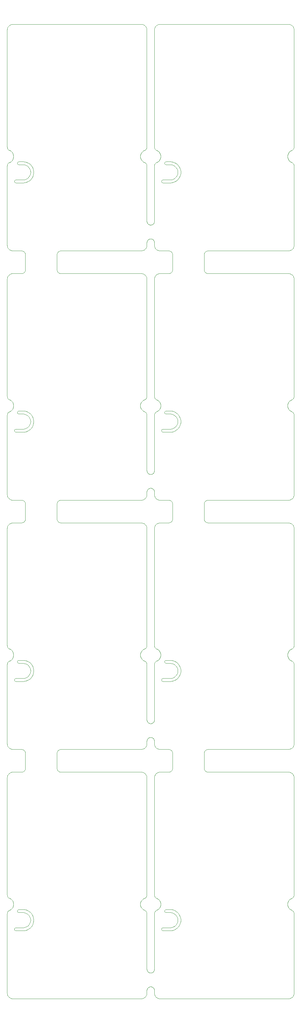
<source format=gko>
%MOIN*%
%OFA0B0*%
%FSLAX44Y44*%
%IPPOS*%
%LPD*%
%ADD10C,0*%
D10*
X00016258Y00007088D02*
X00016258Y00007088D01*
X00016223Y00007093D01*
X00016190Y00007104D01*
X00016160Y00007123D01*
X00016135Y00007148D01*
X00016116Y00007177D01*
X00016104Y00007211D01*
X00016101Y00007246D01*
X00016104Y00007281D01*
X00016116Y00007314D01*
X00016135Y00007344D01*
X00016160Y00007370D01*
X00016190Y00007388D01*
X00016223Y00007399D01*
X00016258Y00007403D01*
X00017006Y00007403D01*
X00017181Y00007423D01*
X00017348Y00007481D01*
X00017497Y00007576D01*
X00017622Y00007700D01*
X00017715Y00007849D01*
X00017774Y00008015D01*
X00017793Y00008192D01*
X00017774Y00008367D01*
X00017715Y00008533D01*
X00017622Y00008682D01*
X00017497Y00008806D01*
X00017348Y00008900D01*
X00017181Y00008958D01*
X00017006Y00008978D01*
X00016573Y00008978D01*
X00016538Y00008983D01*
X00016505Y00008994D01*
X00016475Y00009013D01*
X00016450Y00009038D01*
X00016431Y00009068D01*
X00016419Y00009101D01*
X00016415Y00009136D01*
X00016419Y00009172D01*
X00016431Y00009204D01*
X00016450Y00009234D01*
X00016475Y00009259D01*
X00016505Y00009278D01*
X00016538Y00009289D01*
X00016573Y00009294D01*
X00017006Y00009294D01*
X00017170Y00009282D01*
X00017331Y00009244D01*
X00017484Y00009185D01*
X00017627Y00009101D01*
X00017756Y00009000D01*
X00017868Y00008878D01*
X00017961Y00008743D01*
X00018032Y00008594D01*
X00018081Y00008436D01*
X00018105Y00008274D01*
X00018105Y00008108D01*
X00018081Y00007945D01*
X00018032Y00007788D01*
X00017961Y00007639D01*
X00017868Y00007503D01*
X00017756Y00007383D01*
X00017627Y00007281D01*
X00017484Y00007197D01*
X00017331Y00007137D01*
X00017170Y00007101D01*
X00017006Y00007088D01*
X00016258Y00007088D01*
X00016258Y00033073D02*
X00016258Y00033073D01*
X00016223Y00033076D01*
X00016190Y00033088D01*
X00016160Y00033108D01*
X00016135Y00033132D01*
X00016116Y00033162D01*
X00016104Y00033195D01*
X00016101Y00033230D01*
X00016104Y00033266D01*
X00016116Y00033299D01*
X00016135Y00033329D01*
X00016160Y00033353D01*
X00016190Y00033372D01*
X00016223Y00033384D01*
X00016258Y00033387D01*
X00017006Y00033387D01*
X00017181Y00033408D01*
X00017348Y00033465D01*
X00017497Y00033559D01*
X00017622Y00033684D01*
X00017715Y00033833D01*
X00017774Y00034001D01*
X00017793Y00034175D01*
X00017774Y00034351D01*
X00017715Y00034518D01*
X00017622Y00034666D01*
X00017497Y00034790D01*
X00017348Y00034885D01*
X00017181Y00034943D01*
X00017006Y00034963D01*
X00016573Y00034963D01*
X00016538Y00034966D01*
X00016505Y00034978D01*
X00016475Y00034998D01*
X00016450Y00035022D01*
X00016431Y00035052D01*
X00016419Y00035085D01*
X00016415Y00035120D01*
X00016419Y00035156D01*
X00016431Y00035188D01*
X00016450Y00035219D01*
X00016475Y00035244D01*
X00016505Y00035262D01*
X00016538Y00035274D01*
X00016573Y00035277D01*
X00017006Y00035277D01*
X00017170Y00035265D01*
X00017331Y00035228D01*
X00017484Y00035169D01*
X00017627Y00035086D01*
X00017756Y00034983D01*
X00017868Y00034862D01*
X00017961Y00034727D01*
X00018032Y00034578D01*
X00018081Y00034420D01*
X00018105Y00034257D01*
X00018105Y00034092D01*
X00018081Y00033930D01*
X00018032Y00033772D01*
X00017961Y00033624D01*
X00017868Y00033488D01*
X00017756Y00033368D01*
X00017627Y00033264D01*
X00017484Y00033183D01*
X00017331Y00033121D01*
X00017170Y00033085D01*
X00017006Y00033073D01*
X00016258Y00033073D01*
X00016258Y00059058D02*
X00016258Y00059058D01*
X00016223Y00059062D01*
X00016190Y00059073D01*
X00016160Y00059091D01*
X00016135Y00059116D01*
X00016116Y00059146D01*
X00016104Y00059179D01*
X00016101Y00059214D01*
X00016104Y00059249D01*
X00016116Y00059283D01*
X00016135Y00059312D01*
X00016160Y00059337D01*
X00016190Y00059356D01*
X00016223Y00059368D01*
X00016258Y00059372D01*
X00017006Y00059372D01*
X00017181Y00059391D01*
X00017348Y00059450D01*
X00017497Y00059544D01*
X00017622Y00059669D01*
X00017715Y00059817D01*
X00017774Y00059984D01*
X00017793Y00060159D01*
X00017774Y00060335D01*
X00017715Y00060501D01*
X00017622Y00060651D01*
X00017497Y00060775D01*
X00017348Y00060869D01*
X00017181Y00060928D01*
X00017006Y00060948D01*
X00016573Y00060948D01*
X00016538Y00060950D01*
X00016505Y00060963D01*
X00016475Y00060982D01*
X00016450Y00061006D01*
X00016431Y00061036D01*
X00016419Y00061069D01*
X00016415Y00061104D01*
X00016419Y00061139D01*
X00016431Y00061172D01*
X00016450Y00061203D01*
X00016475Y00061227D01*
X00016505Y00061246D01*
X00016538Y00061258D01*
X00016573Y00061262D01*
X00017006Y00061262D01*
X00017170Y00061249D01*
X00017331Y00061214D01*
X00017484Y00061152D01*
X00017627Y00061071D01*
X00017756Y00060967D01*
X00017868Y00060846D01*
X00017961Y00060710D01*
X00018032Y00060562D01*
X00018081Y00060404D01*
X00018105Y00060241D01*
X00018105Y00060077D01*
X00018081Y00059914D01*
X00018032Y00059756D01*
X00017961Y00059609D01*
X00017868Y00059472D01*
X00017756Y00059351D01*
X00017627Y00059249D01*
X00017484Y00059166D01*
X00017331Y00059106D01*
X00017170Y00059069D01*
X00017006Y00059058D01*
X00016258Y00059058D01*
X00016258Y00085042D02*
X00016258Y00085042D01*
X00016223Y00085046D01*
X00016190Y00085057D01*
X00016160Y00085075D01*
X00016135Y00085100D01*
X00016116Y00085130D01*
X00016104Y00085163D01*
X00016101Y00085198D01*
X00016104Y00085235D01*
X00016116Y00085267D01*
X00016135Y00085298D01*
X00016160Y00085322D01*
X00016190Y00085341D01*
X00016223Y00085352D01*
X00016258Y00085356D01*
X00017006Y00085356D01*
X00017181Y00085376D01*
X00017348Y00085434D01*
X00017497Y00085528D01*
X00017622Y00085653D01*
X00017715Y00085802D01*
X00017774Y00085969D01*
X00017793Y00086143D01*
X00017774Y00086320D01*
X00017715Y00086485D01*
X00017622Y00086635D01*
X00017497Y00086760D01*
X00017348Y00086854D01*
X00017181Y00086912D01*
X00017006Y00086932D01*
X00016573Y00086932D01*
X00016538Y00086936D01*
X00016505Y00086946D01*
X00016475Y00086966D01*
X00016450Y00086990D01*
X00016431Y00087020D01*
X00016419Y00087053D01*
X00016415Y00087088D01*
X00016419Y00087123D01*
X00016431Y00087157D01*
X00016450Y00087186D01*
X00016475Y00087211D01*
X00016505Y00087231D01*
X00016538Y00087242D01*
X00016573Y00087246D01*
X00017006Y00087246D01*
X00017170Y00087233D01*
X00017331Y00087198D01*
X00017484Y00087138D01*
X00017627Y00087055D01*
X00017756Y00086951D01*
X00017868Y00086832D01*
X00017961Y00086695D01*
X00018032Y00086546D01*
X00018081Y00086390D01*
X00018105Y00086226D01*
X00018105Y00086061D01*
X00018081Y00085898D01*
X00018032Y00085742D01*
X00017961Y00085592D01*
X00017868Y00085456D01*
X00017756Y00085335D01*
X00017627Y00085233D01*
X00017484Y00085150D01*
X00017331Y00085090D01*
X00017170Y00085053D01*
X00017006Y00085042D01*
X00016258Y00085042D01*
X00000904Y00007088D02*
X00000904Y00007088D01*
X00000869Y00007093D01*
X00000836Y00007104D01*
X00000806Y00007123D01*
X00000781Y00007148D01*
X00000762Y00007177D01*
X00000750Y00007211D01*
X00000747Y00007246D01*
X00000750Y00007281D01*
X00000762Y00007314D01*
X00000781Y00007344D01*
X00000806Y00007370D01*
X00000836Y00007388D01*
X00000869Y00007399D01*
X00000904Y00007403D01*
X00001652Y00007403D01*
X00001827Y00007423D01*
X00001994Y00007481D01*
X00002143Y00007576D01*
X00002268Y00007700D01*
X00002361Y00007849D01*
X00002421Y00008015D01*
X00002439Y00008192D01*
X00002421Y00008367D01*
X00002361Y00008533D01*
X00002268Y00008682D01*
X00002143Y00008806D01*
X00001994Y00008900D01*
X00001827Y00008958D01*
X00001652Y00008978D01*
X00001219Y00008978D01*
X00001184Y00008983D01*
X00001151Y00008994D01*
X00001121Y00009013D01*
X00001097Y00009038D01*
X00001078Y00009068D01*
X00001065Y00009101D01*
X00001061Y00009136D01*
X00001065Y00009172D01*
X00001078Y00009204D01*
X00001097Y00009234D01*
X00001121Y00009259D01*
X00001151Y00009278D01*
X00001184Y00009289D01*
X00001219Y00009294D01*
X00001652Y00009294D01*
X00001816Y00009282D01*
X00001977Y00009244D01*
X00002131Y00009185D01*
X00002273Y00009101D01*
X00002403Y00009000D01*
X00002515Y00008878D01*
X00002607Y00008743D01*
X00002678Y00008594D01*
X00002727Y00008436D01*
X00002751Y00008274D01*
X00002751Y00008108D01*
X00002727Y00007945D01*
X00002678Y00007788D01*
X00002607Y00007639D01*
X00002515Y00007503D01*
X00002403Y00007383D01*
X00002273Y00007281D01*
X00002131Y00007197D01*
X00001977Y00007137D01*
X00001816Y00007101D01*
X00001652Y00007088D01*
X00000904Y00007088D01*
X00000904Y00033073D02*
X00000904Y00033073D01*
X00000869Y00033076D01*
X00000836Y00033088D01*
X00000806Y00033108D01*
X00000781Y00033132D01*
X00000762Y00033162D01*
X00000750Y00033195D01*
X00000747Y00033230D01*
X00000750Y00033266D01*
X00000762Y00033299D01*
X00000781Y00033329D01*
X00000806Y00033353D01*
X00000836Y00033372D01*
X00000869Y00033384D01*
X00000904Y00033387D01*
X00001652Y00033387D01*
X00001827Y00033408D01*
X00001994Y00033465D01*
X00002143Y00033559D01*
X00002268Y00033684D01*
X00002361Y00033833D01*
X00002421Y00034001D01*
X00002439Y00034175D01*
X00002421Y00034351D01*
X00002361Y00034518D01*
X00002268Y00034666D01*
X00002143Y00034790D01*
X00001994Y00034885D01*
X00001827Y00034943D01*
X00001652Y00034963D01*
X00001219Y00034963D01*
X00001184Y00034966D01*
X00001151Y00034978D01*
X00001121Y00034998D01*
X00001097Y00035022D01*
X00001078Y00035052D01*
X00001065Y00035085D01*
X00001061Y00035120D01*
X00001065Y00035156D01*
X00001078Y00035188D01*
X00001097Y00035219D01*
X00001121Y00035244D01*
X00001151Y00035262D01*
X00001184Y00035274D01*
X00001219Y00035277D01*
X00001652Y00035277D01*
X00001816Y00035265D01*
X00001977Y00035228D01*
X00002131Y00035169D01*
X00002273Y00035086D01*
X00002403Y00034983D01*
X00002515Y00034862D01*
X00002607Y00034727D01*
X00002678Y00034578D01*
X00002727Y00034420D01*
X00002751Y00034257D01*
X00002751Y00034092D01*
X00002727Y00033930D01*
X00002678Y00033772D01*
X00002607Y00033624D01*
X00002515Y00033488D01*
X00002403Y00033368D01*
X00002273Y00033264D01*
X00002131Y00033183D01*
X00001977Y00033121D01*
X00001816Y00033085D01*
X00001652Y00033073D01*
X00000904Y00033073D01*
X00000904Y00059058D02*
X00000904Y00059058D01*
X00000869Y00059062D01*
X00000836Y00059073D01*
X00000806Y00059091D01*
X00000781Y00059116D01*
X00000762Y00059146D01*
X00000750Y00059179D01*
X00000747Y00059214D01*
X00000750Y00059249D01*
X00000762Y00059283D01*
X00000781Y00059312D01*
X00000806Y00059337D01*
X00000836Y00059356D01*
X00000869Y00059368D01*
X00000904Y00059372D01*
X00001652Y00059372D01*
X00001827Y00059391D01*
X00001994Y00059450D01*
X00002143Y00059544D01*
X00002268Y00059669D01*
X00002361Y00059817D01*
X00002421Y00059984D01*
X00002439Y00060159D01*
X00002421Y00060335D01*
X00002361Y00060501D01*
X00002268Y00060651D01*
X00002143Y00060775D01*
X00001994Y00060869D01*
X00001827Y00060928D01*
X00001652Y00060948D01*
X00001219Y00060948D01*
X00001184Y00060950D01*
X00001151Y00060963D01*
X00001121Y00060982D01*
X00001097Y00061006D01*
X00001078Y00061036D01*
X00001065Y00061069D01*
X00001061Y00061104D01*
X00001065Y00061139D01*
X00001078Y00061172D01*
X00001097Y00061203D01*
X00001121Y00061227D01*
X00001151Y00061246D01*
X00001184Y00061258D01*
X00001219Y00061262D01*
X00001652Y00061262D01*
X00001816Y00061249D01*
X00001977Y00061214D01*
X00002131Y00061152D01*
X00002273Y00061071D01*
X00002403Y00060967D01*
X00002515Y00060846D01*
X00002607Y00060710D01*
X00002678Y00060562D01*
X00002727Y00060404D01*
X00002751Y00060241D01*
X00002751Y00060077D01*
X00002727Y00059914D01*
X00002678Y00059756D01*
X00002607Y00059609D01*
X00002515Y00059472D01*
X00002403Y00059351D01*
X00002273Y00059249D01*
X00002131Y00059166D01*
X00001977Y00059106D01*
X00001816Y00059069D01*
X00001652Y00059058D01*
X00000904Y00059058D01*
X00000904Y00085042D02*
X00000904Y00085042D01*
X00000869Y00085046D01*
X00000836Y00085057D01*
X00000806Y00085075D01*
X00000781Y00085100D01*
X00000762Y00085130D01*
X00000750Y00085163D01*
X00000747Y00085198D01*
X00000750Y00085235D01*
X00000762Y00085267D01*
X00000781Y00085298D01*
X00000806Y00085322D01*
X00000836Y00085341D01*
X00000869Y00085352D01*
X00000904Y00085356D01*
X00001652Y00085356D01*
X00001827Y00085376D01*
X00001994Y00085434D01*
X00002143Y00085528D01*
X00002268Y00085653D01*
X00002361Y00085802D01*
X00002421Y00085969D01*
X00002439Y00086143D01*
X00002421Y00086320D01*
X00002361Y00086485D01*
X00002268Y00086635D01*
X00002143Y00086760D01*
X00001994Y00086854D01*
X00001827Y00086912D01*
X00001652Y00086932D01*
X00001219Y00086932D01*
X00001184Y00086936D01*
X00001151Y00086946D01*
X00001121Y00086966D01*
X00001097Y00086990D01*
X00001078Y00087020D01*
X00001065Y00087053D01*
X00001061Y00087088D01*
X00001065Y00087123D01*
X00001078Y00087157D01*
X00001097Y00087186D01*
X00001121Y00087211D01*
X00001151Y00087231D01*
X00001184Y00087242D01*
X00001219Y00087246D01*
X00001652Y00087246D01*
X00001816Y00087233D01*
X00001977Y00087198D01*
X00002131Y00087138D01*
X00002273Y00087055D01*
X00002403Y00086951D01*
X00002515Y00086832D01*
X00002607Y00086695D01*
X00002678Y00086546D01*
X00002727Y00086390D01*
X00002751Y00086226D01*
X00002751Y00086061D01*
X00002727Y00085898D01*
X00002678Y00085742D01*
X00002607Y00085592D01*
X00002515Y00085456D01*
X00002403Y00085335D01*
X00002273Y00085233D01*
X00002131Y00085150D01*
X00001977Y00085090D01*
X00001816Y00085053D01*
X00001652Y00085042D01*
X00000904Y00085042D01*
X00014565Y00060829D02*
X00014565Y00060829D01*
X00014563Y00060869D01*
X00014554Y00060915D01*
X00014541Y00060960D01*
X00014522Y00061003D01*
X00014498Y00061043D01*
X00014469Y00061080D01*
X00014436Y00061115D01*
X00014400Y00061143D01*
X00014361Y00061169D01*
X00014318Y00061188D01*
X00014190Y00061256D01*
X00014079Y00061349D01*
X00013993Y00061466D01*
X00013931Y00061596D01*
X00013900Y00061737D01*
X00013900Y00061882D01*
X00013931Y00062023D01*
X00013993Y00062155D01*
X00014079Y00062270D01*
X00014190Y00062363D01*
X00014318Y00062432D01*
X00014361Y00062451D01*
X00014400Y00062476D01*
X00014436Y00062506D01*
X00014469Y00062539D01*
X00014498Y00062576D01*
X00014522Y00062617D01*
X00014541Y00062660D01*
X00014554Y00062705D01*
X00014563Y00062751D01*
X00014565Y00062797D01*
X00014565Y00074999D01*
X00014558Y00075091D01*
X00014537Y00075182D01*
X00014501Y00075268D01*
X00014453Y00075346D01*
X00014392Y00075416D01*
X00014322Y00075476D01*
X00014243Y00075526D01*
X00014157Y00075561D01*
X00014067Y00075582D01*
X00013975Y00075589D01*
X00005588Y00075589D01*
X00005557Y00075591D01*
X00005526Y00075594D01*
X00005496Y00075600D01*
X00005466Y00075608D01*
X00005437Y00075619D01*
X00005409Y00075632D01*
X00005383Y00075647D01*
X00005356Y00075664D01*
X00005333Y00075684D01*
X00005310Y00075704D01*
X00005289Y00075728D01*
X00005270Y00075751D01*
X00005252Y00075777D01*
X00005237Y00075804D01*
X00005224Y00075832D01*
X00005213Y00075862D01*
X00005205Y00075892D01*
X00005200Y00075921D01*
X00005195Y00075953D01*
X00005194Y00075983D01*
X00005194Y00077559D01*
X00005195Y00077589D01*
X00005200Y00077620D01*
X00005205Y00077650D01*
X00005213Y00077680D01*
X00005224Y00077708D01*
X00005237Y00077737D01*
X00005252Y00077763D01*
X00005270Y00077789D01*
X00005289Y00077813D01*
X00005310Y00077836D01*
X00005333Y00077858D01*
X00005356Y00077877D01*
X00005383Y00077893D01*
X00005409Y00077908D01*
X00005437Y00077921D01*
X00005466Y00077932D01*
X00005496Y00077940D01*
X00005526Y00077947D01*
X00005557Y00077950D01*
X00005588Y00077951D01*
X00013975Y00077951D01*
X00014067Y00077960D01*
X00014157Y00077980D01*
X00014243Y00078016D01*
X00014322Y00078064D01*
X00014392Y00078125D01*
X00014453Y00078196D01*
X00014501Y00078274D01*
X00014537Y00078359D01*
X00014558Y00078450D01*
X00014565Y00078543D01*
X00014565Y00078808D01*
X00014570Y00078869D01*
X00014585Y00078929D01*
X00014608Y00078986D01*
X00014640Y00079039D01*
X00014680Y00079086D01*
X00014727Y00079126D01*
X00014780Y00079158D01*
X00014837Y00079182D01*
X00014897Y00079196D01*
X00014958Y00079201D01*
X00015020Y00079197D01*
X00015080Y00079182D01*
X00015137Y00079159D01*
X00015190Y00079127D01*
X00015237Y00079087D01*
X00015277Y00079040D01*
X00015309Y00078988D01*
X00015333Y00078931D01*
X00015348Y00078871D01*
X00015353Y00078809D01*
X00015353Y00078809D01*
X00015353Y00078809D01*
X00015353Y00078808D01*
X00015353Y00078808D01*
X00015353Y00078808D01*
X00015353Y00078808D01*
X00015353Y00078808D01*
X00015353Y00078808D01*
X00015353Y00078808D01*
X00015353Y00078808D01*
X00015353Y00078808D01*
X00015353Y00078808D01*
X00015353Y00078808D01*
X00015353Y00078808D01*
X00015353Y00078807D01*
X00015353Y00078807D01*
X00015353Y00078807D01*
X00015353Y00078807D01*
X00015353Y00078807D01*
X00015353Y00078807D01*
X00015353Y00078807D01*
X00015353Y00078543D01*
X00015360Y00078450D01*
X00015381Y00078359D01*
X00015417Y00078274D01*
X00015465Y00078196D01*
X00015525Y00078125D01*
X00015596Y00078064D01*
X00015675Y00078016D01*
X00015761Y00077980D01*
X00015851Y00077960D01*
X00015943Y00077951D01*
X00016850Y00077951D01*
X00016881Y00077950D01*
X00016912Y00077947D01*
X00016942Y00077940D01*
X00016972Y00077932D01*
X00017001Y00077921D01*
X00017029Y00077908D01*
X00017056Y00077893D01*
X00017081Y00077877D01*
X00017106Y00077858D01*
X00017128Y00077836D01*
X00017149Y00077813D01*
X00017169Y00077789D01*
X00017186Y00077763D01*
X00017201Y00077737D01*
X00017214Y00077708D01*
X00017225Y00077680D01*
X00017233Y00077650D01*
X00017239Y00077620D01*
X00017243Y00077589D01*
X00017244Y00077559D01*
X00017244Y00075983D01*
X00017243Y00075953D01*
X00017239Y00075921D01*
X00017233Y00075892D01*
X00017225Y00075862D01*
X00017214Y00075832D01*
X00017201Y00075804D01*
X00017186Y00075777D01*
X00017169Y00075751D01*
X00017149Y00075728D01*
X00017128Y00075704D01*
X00017106Y00075684D01*
X00017081Y00075664D01*
X00017056Y00075647D01*
X00017029Y00075632D01*
X00017001Y00075619D01*
X00016972Y00075608D01*
X00016942Y00075600D01*
X00016912Y00075594D01*
X00016881Y00075591D01*
X00016850Y00075589D01*
X00015943Y00075589D01*
X00015851Y00075582D01*
X00015761Y00075561D01*
X00015675Y00075526D01*
X00015596Y00075476D01*
X00015525Y00075416D01*
X00015465Y00075346D01*
X00015417Y00075268D01*
X00015381Y00075182D01*
X00015360Y00075091D01*
X00015353Y00074999D01*
X00015353Y00062797D01*
X00015355Y00062751D01*
X00015364Y00062705D01*
X00015377Y00062660D01*
X00015396Y00062617D01*
X00015420Y00062576D01*
X00015449Y00062539D01*
X00015482Y00062506D01*
X00015518Y00062476D01*
X00015558Y00062451D01*
X00015600Y00062432D01*
X00015728Y00062363D01*
X00015838Y00062270D01*
X00015926Y00062155D01*
X00015987Y00062023D01*
X00016018Y00061882D01*
X00016018Y00061737D01*
X00015987Y00061596D01*
X00015926Y00061466D01*
X00015838Y00061349D01*
X00015728Y00061256D01*
X00015600Y00061188D01*
X00015558Y00061169D01*
X00015518Y00061143D01*
X00015482Y00061115D01*
X00015449Y00061080D01*
X00015420Y00061043D01*
X00015396Y00061003D01*
X00015377Y00060960D01*
X00015364Y00060915D01*
X00015355Y00060869D01*
X00015353Y00060822D01*
X00015353Y00055050D01*
X00015353Y00055050D01*
X00015353Y00055050D01*
X00015353Y00055050D01*
X00015353Y00055050D01*
X00015353Y00055050D01*
X00015353Y00055050D01*
X00015353Y00055050D01*
X00015353Y00055050D01*
X00015353Y00055050D01*
X00015353Y00055049D01*
X00015353Y00055049D01*
X00015353Y00055049D01*
X00015353Y00055049D01*
X00015353Y00055049D01*
X00015353Y00055049D01*
X00015353Y00055049D01*
X00015353Y00055049D01*
X00015353Y00055049D01*
X00015353Y00055049D01*
X00015353Y00055049D01*
X00015353Y00055048D01*
X00015348Y00054986D01*
X00015333Y00054927D01*
X00015309Y00054870D01*
X00015277Y00054817D01*
X00015237Y00054770D01*
X00015190Y00054730D01*
X00015137Y00054698D01*
X00015080Y00054675D01*
X00015020Y00054661D01*
X00014958Y00054656D01*
X00014897Y00054661D01*
X00014837Y00054676D01*
X00014780Y00054699D01*
X00014727Y00054732D01*
X00014680Y00054772D01*
X00014640Y00054819D01*
X00014608Y00054871D01*
X00014585Y00054928D01*
X00014570Y00054988D01*
X00014565Y00055050D01*
X00014565Y00060829D01*
X00014565Y00034845D02*
X00014565Y00034845D01*
X00014563Y00034886D01*
X00014554Y00034931D01*
X00014541Y00034977D01*
X00014522Y00035018D01*
X00014498Y00035059D01*
X00014469Y00035096D01*
X00014436Y00035130D01*
X00014400Y00035159D01*
X00014361Y00035184D01*
X00014318Y00035205D01*
X00014190Y00035272D01*
X00014079Y00035366D01*
X00013993Y00035480D01*
X00013931Y00035613D01*
X00013900Y00035754D01*
X00013900Y00035898D01*
X00013931Y00036040D01*
X00013993Y00036170D01*
X00014079Y00036286D01*
X00014190Y00036379D01*
X00014318Y00036447D01*
X00014361Y00036467D01*
X00014400Y00036493D01*
X00014436Y00036521D01*
X00014469Y00036556D01*
X00014498Y00036593D01*
X00014522Y00036633D01*
X00014541Y00036676D01*
X00014554Y00036720D01*
X00014563Y00036767D01*
X00014565Y00036814D01*
X00014565Y00049015D01*
X00014558Y00049108D01*
X00014537Y00049198D01*
X00014501Y00049282D01*
X00014453Y00049361D01*
X00014392Y00049432D01*
X00014322Y00049492D01*
X00014243Y00049540D01*
X00014157Y00049577D01*
X00014067Y00049599D01*
X00013975Y00049605D01*
X00005588Y00049605D01*
X00005557Y00049606D01*
X00005526Y00049611D01*
X00005496Y00049617D01*
X00005466Y00049625D01*
X00005437Y00049635D01*
X00005409Y00049648D01*
X00005383Y00049664D01*
X00005356Y00049680D01*
X00005333Y00049699D01*
X00005310Y00049721D01*
X00005289Y00049744D01*
X00005270Y00049767D01*
X00005252Y00049794D01*
X00005237Y00049821D01*
X00005224Y00049848D01*
X00005213Y00049877D01*
X00005205Y00049907D01*
X00005200Y00049938D01*
X00005195Y00049968D01*
X00005194Y00049998D01*
X00005194Y00051573D01*
X00005195Y00051604D01*
X00005200Y00051636D01*
X00005205Y00051666D01*
X00005213Y00051696D01*
X00005224Y00051724D01*
X00005237Y00051753D01*
X00005252Y00051779D01*
X00005270Y00051805D01*
X00005289Y00051829D01*
X00005310Y00051852D01*
X00005333Y00051874D01*
X00005356Y00051893D01*
X00005383Y00051909D01*
X00005409Y00051924D01*
X00005437Y00051937D01*
X00005466Y00051948D01*
X00005496Y00051956D01*
X00005526Y00051963D01*
X00005557Y00051966D01*
X00005588Y00051967D01*
X00013975Y00051967D01*
X00014067Y00051974D01*
X00014157Y00051996D01*
X00014243Y00052031D01*
X00014322Y00052080D01*
X00014392Y00052141D01*
X00014453Y00052210D01*
X00014501Y00052290D01*
X00014537Y00052375D01*
X00014558Y00052465D01*
X00014565Y00052558D01*
X00014565Y00052823D01*
X00014570Y00052885D01*
X00014585Y00052945D01*
X00014608Y00053002D01*
X00014640Y00053054D01*
X00014680Y00053101D01*
X00014727Y00053141D01*
X00014780Y00053174D01*
X00014837Y00053197D01*
X00014897Y00053212D01*
X00014958Y00053217D01*
X00015020Y00053212D01*
X00015080Y00053198D01*
X00015137Y00053175D01*
X00015190Y00053143D01*
X00015237Y00053103D01*
X00015277Y00053056D01*
X00015309Y00053003D01*
X00015333Y00052946D01*
X00015348Y00052887D01*
X00015353Y00052825D01*
X00015353Y00052824D01*
X00015353Y00052824D01*
X00015353Y00052824D01*
X00015353Y00052824D01*
X00015353Y00052824D01*
X00015353Y00052824D01*
X00015353Y00052824D01*
X00015353Y00052824D01*
X00015353Y00052824D01*
X00015353Y00052824D01*
X00015353Y00052824D01*
X00015353Y00052823D01*
X00015353Y00052823D01*
X00015353Y00052823D01*
X00015353Y00052823D01*
X00015353Y00052823D01*
X00015353Y00052823D01*
X00015353Y00052823D01*
X00015353Y00052823D01*
X00015353Y00052823D01*
X00015353Y00052823D01*
X00015353Y00052558D01*
X00015360Y00052465D01*
X00015381Y00052375D01*
X00015417Y00052290D01*
X00015465Y00052210D01*
X00015525Y00052141D01*
X00015596Y00052080D01*
X00015675Y00052031D01*
X00015761Y00051996D01*
X00015851Y00051974D01*
X00015943Y00051967D01*
X00016850Y00051967D01*
X00016881Y00051966D01*
X00016912Y00051963D01*
X00016942Y00051956D01*
X00016972Y00051948D01*
X00017001Y00051937D01*
X00017029Y00051924D01*
X00017056Y00051909D01*
X00017081Y00051893D01*
X00017106Y00051874D01*
X00017128Y00051852D01*
X00017149Y00051829D01*
X00017169Y00051805D01*
X00017186Y00051779D01*
X00017201Y00051753D01*
X00017214Y00051724D01*
X00017225Y00051696D01*
X00017233Y00051666D01*
X00017239Y00051636D01*
X00017243Y00051604D01*
X00017244Y00051573D01*
X00017244Y00049998D01*
X00017243Y00049968D01*
X00017239Y00049938D01*
X00017233Y00049907D01*
X00017225Y00049877D01*
X00017214Y00049848D01*
X00017201Y00049821D01*
X00017186Y00049794D01*
X00017169Y00049767D01*
X00017149Y00049744D01*
X00017128Y00049721D01*
X00017106Y00049699D01*
X00017081Y00049680D01*
X00017056Y00049664D01*
X00017029Y00049648D01*
X00017001Y00049635D01*
X00016972Y00049625D01*
X00016942Y00049617D01*
X00016912Y00049611D01*
X00016881Y00049606D01*
X00016850Y00049605D01*
X00015943Y00049605D01*
X00015851Y00049599D01*
X00015761Y00049577D01*
X00015675Y00049540D01*
X00015596Y00049492D01*
X00015525Y00049432D01*
X00015465Y00049361D01*
X00015417Y00049282D01*
X00015381Y00049198D01*
X00015360Y00049108D01*
X00015353Y00049015D01*
X00015353Y00036814D01*
X00015355Y00036767D01*
X00015364Y00036720D01*
X00015377Y00036676D01*
X00015396Y00036633D01*
X00015420Y00036593D01*
X00015449Y00036556D01*
X00015482Y00036521D01*
X00015518Y00036493D01*
X00015558Y00036467D01*
X00015600Y00036447D01*
X00015728Y00036379D01*
X00015838Y00036286D01*
X00015926Y00036170D01*
X00015987Y00036040D01*
X00016018Y00035898D01*
X00016018Y00035754D01*
X00015987Y00035613D01*
X00015926Y00035480D01*
X00015838Y00035366D01*
X00015728Y00035272D01*
X00015600Y00035205D01*
X00015558Y00035184D01*
X00015518Y00035159D01*
X00015482Y00035130D01*
X00015449Y00035096D01*
X00015420Y00035059D01*
X00015396Y00035018D01*
X00015377Y00034977D01*
X00015364Y00034931D01*
X00015355Y00034886D01*
X00015353Y00034838D01*
X00015353Y00029066D01*
X00015353Y00029066D01*
X00015353Y00029066D01*
X00015353Y00029066D01*
X00015353Y00029066D01*
X00015353Y00029066D01*
X00015353Y00029066D01*
X00015353Y00029066D01*
X00015353Y00029065D01*
X00015353Y00029065D01*
X00015353Y00029065D01*
X00015353Y00029065D01*
X00015353Y00029065D01*
X00015353Y00029065D01*
X00015353Y00029065D01*
X00015353Y00029065D01*
X00015353Y00029065D01*
X00015353Y00029065D01*
X00015353Y00029065D01*
X00015353Y00029064D01*
X00015353Y00029064D01*
X00015353Y00029064D01*
X00015348Y00029002D01*
X00015333Y00028942D01*
X00015309Y00028885D01*
X00015277Y00028833D01*
X00015237Y00028786D01*
X00015190Y00028746D01*
X00015137Y00028714D01*
X00015080Y00028691D01*
X00015020Y00028676D01*
X00014958Y00028672D01*
X00014897Y00028677D01*
X00014837Y00028691D01*
X00014780Y00028715D01*
X00014727Y00028747D01*
X00014680Y00028787D01*
X00014640Y00028834D01*
X00014608Y00028887D01*
X00014585Y00028944D01*
X00014570Y00029004D01*
X00014565Y00029065D01*
X00014565Y00034845D01*
X00014565Y00008861D02*
X00014565Y00008861D01*
X00014563Y00008900D01*
X00014554Y00008948D01*
X00014541Y00008991D01*
X00014522Y00009035D01*
X00014498Y00009075D01*
X00014469Y00009113D01*
X00014436Y00009145D01*
X00014400Y00009175D01*
X00014361Y00009200D01*
X00014318Y00009220D01*
X00014190Y00009288D01*
X00014079Y00009382D01*
X00013993Y00009496D01*
X00013931Y00009627D01*
X00013900Y00009769D01*
X00013900Y00009913D01*
X00013931Y00010056D01*
X00013993Y00010186D01*
X00014079Y00010301D01*
X00014190Y00010395D01*
X00014318Y00010463D01*
X00014361Y00010484D01*
X00014400Y00010507D01*
X00014436Y00010537D01*
X00014469Y00010570D01*
X00014498Y00010608D01*
X00014522Y00010649D01*
X00014541Y00010691D01*
X00014554Y00010735D01*
X00014563Y00010783D01*
X00014565Y00010828D01*
X00014565Y00023031D01*
X00014558Y00023123D01*
X00014537Y00023213D01*
X00014501Y00023298D01*
X00014453Y00023377D01*
X00014392Y00023448D01*
X00014322Y00023509D01*
X00014243Y00023557D01*
X00014157Y00023592D01*
X00014067Y00023614D01*
X00013975Y00023622D01*
X00005588Y00023622D01*
X00005557Y00023622D01*
X00005526Y00023626D01*
X00005496Y00023631D01*
X00005466Y00023641D01*
X00005437Y00023652D01*
X00005409Y00023663D01*
X00005383Y00023679D01*
X00005356Y00023697D01*
X00005333Y00023715D01*
X00005310Y00023736D01*
X00005289Y00023759D01*
X00005270Y00023783D01*
X00005252Y00023809D01*
X00005237Y00023836D01*
X00005224Y00023864D01*
X00005213Y00023894D01*
X00005205Y00023922D01*
X00005200Y00023953D01*
X00005195Y00023984D01*
X00005194Y00024014D01*
X00005194Y00025589D01*
X00005195Y00025620D01*
X00005200Y00025651D01*
X00005205Y00025681D01*
X00005213Y00025711D01*
X00005224Y00025740D01*
X00005237Y00025769D01*
X00005252Y00025796D01*
X00005270Y00025821D01*
X00005289Y00025845D01*
X00005310Y00025867D01*
X00005333Y00025888D01*
X00005356Y00025909D01*
X00005383Y00025926D01*
X00005409Y00025940D01*
X00005437Y00025953D01*
X00005466Y00025964D01*
X00005496Y00025972D01*
X00005526Y00025978D01*
X00005557Y00025982D01*
X00005588Y00025983D01*
X00013975Y00025983D01*
X00014067Y00025991D01*
X00014157Y00026013D01*
X00014243Y00026047D01*
X00014322Y00026096D01*
X00014392Y00026156D01*
X00014453Y00026226D01*
X00014501Y00026305D01*
X00014537Y00026392D01*
X00014558Y00026482D01*
X00014565Y00026573D01*
X00014565Y00026839D01*
X00014570Y00026901D01*
X00014585Y00026961D01*
X00014608Y00027018D01*
X00014640Y00027070D01*
X00014680Y00027117D01*
X00014727Y00027157D01*
X00014780Y00027190D01*
X00014837Y00027213D01*
X00014897Y00027228D01*
X00014958Y00027233D01*
X00015020Y00027228D01*
X00015080Y00027214D01*
X00015137Y00027190D01*
X00015190Y00027158D01*
X00015237Y00027118D01*
X00015277Y00027072D01*
X00015309Y00027019D01*
X00015333Y00026962D01*
X00015348Y00026902D01*
X00015353Y00026841D01*
X00015353Y00026840D01*
X00015353Y00026840D01*
X00015353Y00026840D01*
X00015353Y00026840D01*
X00015353Y00026840D01*
X00015353Y00026840D01*
X00015353Y00026840D01*
X00015353Y00026840D01*
X00015353Y00026839D01*
X00015353Y00026839D01*
X00015353Y00026839D01*
X00015353Y00026839D01*
X00015353Y00026839D01*
X00015353Y00026839D01*
X00015353Y00026839D01*
X00015353Y00026839D01*
X00015353Y00026839D01*
X00015353Y00026839D01*
X00015353Y00026839D01*
X00015353Y00026838D01*
X00015353Y00026838D01*
X00015353Y00026573D01*
X00015360Y00026482D01*
X00015381Y00026392D01*
X00015417Y00026305D01*
X00015465Y00026226D01*
X00015525Y00026156D01*
X00015596Y00026096D01*
X00015675Y00026047D01*
X00015761Y00026013D01*
X00015851Y00025991D01*
X00015943Y00025983D01*
X00016850Y00025983D01*
X00016881Y00025982D01*
X00016912Y00025978D01*
X00016942Y00025972D01*
X00016972Y00025964D01*
X00017001Y00025953D01*
X00017029Y00025940D01*
X00017056Y00025926D01*
X00017081Y00025909D01*
X00017106Y00025888D01*
X00017128Y00025867D01*
X00017149Y00025845D01*
X00017169Y00025821D01*
X00017186Y00025796D01*
X00017201Y00025769D01*
X00017214Y00025740D01*
X00017225Y00025711D01*
X00017233Y00025681D01*
X00017239Y00025651D01*
X00017243Y00025620D01*
X00017244Y00025589D01*
X00017244Y00024014D01*
X00017243Y00023984D01*
X00017239Y00023953D01*
X00017233Y00023922D01*
X00017225Y00023894D01*
X00017214Y00023864D01*
X00017201Y00023836D01*
X00017186Y00023809D01*
X00017169Y00023783D01*
X00017149Y00023759D01*
X00017128Y00023736D01*
X00017106Y00023715D01*
X00017081Y00023697D01*
X00017056Y00023679D01*
X00017029Y00023663D01*
X00017001Y00023652D01*
X00016972Y00023641D01*
X00016942Y00023631D01*
X00016912Y00023626D01*
X00016881Y00023622D01*
X00016850Y00023622D01*
X00015943Y00023622D01*
X00015851Y00023614D01*
X00015761Y00023592D01*
X00015675Y00023557D01*
X00015596Y00023509D01*
X00015525Y00023448D01*
X00015465Y00023377D01*
X00015417Y00023298D01*
X00015381Y00023213D01*
X00015360Y00023123D01*
X00015353Y00023031D01*
X00015353Y00010828D01*
X00015355Y00010783D01*
X00015364Y00010735D01*
X00015377Y00010691D01*
X00015396Y00010649D01*
X00015420Y00010608D01*
X00015449Y00010570D01*
X00015482Y00010537D01*
X00015518Y00010507D01*
X00015558Y00010484D01*
X00015600Y00010463D01*
X00015728Y00010395D01*
X00015838Y00010301D01*
X00015926Y00010186D01*
X00015987Y00010056D01*
X00016018Y00009913D01*
X00016018Y00009769D01*
X00015987Y00009627D01*
X00015926Y00009496D01*
X00015838Y00009382D01*
X00015728Y00009288D01*
X00015600Y00009220D01*
X00015558Y00009200D01*
X00015518Y00009175D01*
X00015482Y00009145D01*
X00015449Y00009113D01*
X00015420Y00009075D01*
X00015396Y00009035D01*
X00015377Y00008991D01*
X00015364Y00008948D01*
X00015355Y00008900D01*
X00015353Y00008854D01*
X00015353Y00003082D01*
X00015353Y00003082D01*
X00015353Y00003082D01*
X00015353Y00003082D01*
X00015353Y00003082D01*
X00015353Y00003081D01*
X00015353Y00003081D01*
X00015353Y00003081D01*
X00015353Y00003081D01*
X00015353Y00003081D01*
X00015353Y00003081D01*
X00015353Y00003081D01*
X00015353Y00003081D01*
X00015353Y00003081D01*
X00015353Y00003081D01*
X00015353Y00003081D01*
X00015353Y00003080D01*
X00015353Y00003080D01*
X00015353Y00003080D01*
X00015353Y00003080D01*
X00015353Y00003080D01*
X00015353Y00003079D01*
X00015348Y00003018D01*
X00015333Y00002958D01*
X00015309Y00002901D01*
X00015277Y00002849D01*
X00015237Y00002802D01*
X00015190Y00002762D01*
X00015137Y00002730D01*
X00015080Y00002706D01*
X00015020Y00002692D01*
X00014958Y00002688D01*
X00014897Y00002693D01*
X00014837Y00002707D01*
X00014780Y00002731D01*
X00014727Y00002763D01*
X00014680Y00002803D01*
X00014640Y00002850D01*
X00014608Y00002903D01*
X00014585Y00002960D01*
X00014570Y00003020D01*
X00014565Y00003081D01*
X00014565Y00008861D01*
X00013975Y00000000D02*
X00013975Y00000000D01*
X00014067Y00000006D01*
X00014157Y00000027D01*
X00014243Y00000064D01*
X00014322Y00000111D01*
X00014392Y00000171D01*
X00014453Y00000242D01*
X00014501Y00000321D01*
X00014537Y00000407D01*
X00014558Y00000497D01*
X00014565Y00000590D01*
X00014565Y00000855D01*
X00014570Y00000916D01*
X00014585Y00000976D01*
X00014608Y00001033D01*
X00014640Y00001086D01*
X00014680Y00001133D01*
X00014727Y00001173D01*
X00014780Y00001205D01*
X00014837Y00001229D01*
X00014897Y00001244D01*
X00014958Y00001248D01*
X00015020Y00001244D01*
X00015080Y00001230D01*
X00015137Y00001206D01*
X00015190Y00001174D01*
X00015237Y00001134D01*
X00015277Y00001087D01*
X00015309Y00001035D01*
X00015333Y00000978D01*
X00015348Y00000918D01*
X00015353Y00000857D01*
X00015353Y00000856D01*
X00015353Y00000856D01*
X00015353Y00000856D01*
X00015353Y00000856D01*
X00015353Y00000856D01*
X00015353Y00000855D01*
X00015353Y00000855D01*
X00015353Y00000855D01*
X00015353Y00000855D01*
X00015353Y00000855D01*
X00015353Y00000855D01*
X00015353Y00000855D01*
X00015353Y00000855D01*
X00015353Y00000855D01*
X00015353Y00000855D01*
X00015353Y00000855D01*
X00015353Y00000854D01*
X00015353Y00000854D01*
X00015353Y00000854D01*
X00015353Y00000854D01*
X00015353Y00000854D01*
X00015353Y00000590D01*
X00015360Y00000497D01*
X00015381Y00000407D01*
X00015417Y00000321D01*
X00015465Y00000242D01*
X00015525Y00000171D01*
X00015596Y00000111D01*
X00015675Y00000064D01*
X00015761Y00000027D01*
X00015851Y00000006D01*
X00015943Y00000000D01*
X00029329Y00000000D01*
X00029421Y00000006D01*
X00029511Y00000027D01*
X00029597Y00000064D01*
X00029676Y00000111D01*
X00029746Y00000171D01*
X00029807Y00000242D01*
X00029855Y00000321D01*
X00029891Y00000407D01*
X00029912Y00000497D01*
X00029919Y00000590D01*
X00029919Y00008861D01*
X00029917Y00008900D01*
X00029908Y00008948D01*
X00029895Y00008991D01*
X00029876Y00009035D01*
X00029852Y00009075D01*
X00029823Y00009113D01*
X00029790Y00009145D01*
X00029754Y00009175D01*
X00029714Y00009200D01*
X00029672Y00009220D01*
X00029544Y00009288D01*
X00029433Y00009382D01*
X00029346Y00009496D01*
X00029285Y00009627D01*
X00029254Y00009769D01*
X00029254Y00009913D01*
X00029285Y00010056D01*
X00029346Y00010186D01*
X00029433Y00010301D01*
X00029544Y00010395D01*
X00029672Y00010463D01*
X00029714Y00010484D01*
X00029754Y00010507D01*
X00029790Y00010537D01*
X00029823Y00010570D01*
X00029852Y00010608D01*
X00029876Y00010649D01*
X00029895Y00010691D01*
X00029908Y00010735D01*
X00029917Y00010783D01*
X00029919Y00010828D01*
X00029919Y00023031D01*
X00029912Y00023123D01*
X00029891Y00023213D01*
X00029855Y00023298D01*
X00029807Y00023377D01*
X00029746Y00023448D01*
X00029676Y00023509D01*
X00029597Y00023557D01*
X00029511Y00023592D01*
X00029421Y00023614D01*
X00029329Y00023622D01*
X00020942Y00023622D01*
X00020911Y00023622D01*
X00020880Y00023626D01*
X00020850Y00023631D01*
X00020820Y00023641D01*
X00020791Y00023652D01*
X00020763Y00023663D01*
X00020736Y00023679D01*
X00020710Y00023697D01*
X00020686Y00023715D01*
X00020663Y00023736D01*
X00020642Y00023759D01*
X00020623Y00023783D01*
X00020606Y00023809D01*
X00020591Y00023836D01*
X00020578Y00023864D01*
X00020567Y00023894D01*
X00020559Y00023922D01*
X00020553Y00023953D01*
X00020549Y00023984D01*
X00020548Y00024014D01*
X00020548Y00025589D01*
X00020549Y00025620D01*
X00020553Y00025651D01*
X00020559Y00025681D01*
X00020567Y00025711D01*
X00020578Y00025740D01*
X00020591Y00025769D01*
X00020606Y00025796D01*
X00020623Y00025821D01*
X00020642Y00025845D01*
X00020663Y00025867D01*
X00020686Y00025888D01*
X00020710Y00025909D01*
X00020736Y00025926D01*
X00020763Y00025940D01*
X00020791Y00025953D01*
X00020820Y00025964D01*
X00020850Y00025972D01*
X00020880Y00025978D01*
X00020911Y00025982D01*
X00020942Y00025983D01*
X00029329Y00025983D01*
X00029421Y00025991D01*
X00029511Y00026013D01*
X00029597Y00026047D01*
X00029676Y00026096D01*
X00029746Y00026156D01*
X00029807Y00026226D01*
X00029855Y00026305D01*
X00029891Y00026392D01*
X00029912Y00026482D01*
X00029919Y00026573D01*
X00029919Y00034845D01*
X00029917Y00034886D01*
X00029908Y00034931D01*
X00029895Y00034977D01*
X00029876Y00035018D01*
X00029852Y00035059D01*
X00029823Y00035096D01*
X00029790Y00035130D01*
X00029754Y00035159D01*
X00029714Y00035184D01*
X00029672Y00035205D01*
X00029544Y00035272D01*
X00029433Y00035366D01*
X00029346Y00035480D01*
X00029285Y00035613D01*
X00029254Y00035754D01*
X00029254Y00035898D01*
X00029285Y00036040D01*
X00029346Y00036170D01*
X00029433Y00036286D01*
X00029544Y00036379D01*
X00029672Y00036447D01*
X00029714Y00036467D01*
X00029754Y00036493D01*
X00029790Y00036521D01*
X00029823Y00036556D01*
X00029852Y00036593D01*
X00029876Y00036633D01*
X00029895Y00036676D01*
X00029908Y00036720D01*
X00029917Y00036767D01*
X00029919Y00036814D01*
X00029919Y00049015D01*
X00029912Y00049108D01*
X00029891Y00049198D01*
X00029855Y00049282D01*
X00029807Y00049361D01*
X00029746Y00049432D01*
X00029676Y00049492D01*
X00029597Y00049540D01*
X00029511Y00049577D01*
X00029421Y00049599D01*
X00029329Y00049605D01*
X00020942Y00049605D01*
X00020911Y00049606D01*
X00020880Y00049611D01*
X00020850Y00049617D01*
X00020820Y00049625D01*
X00020791Y00049635D01*
X00020763Y00049648D01*
X00020736Y00049664D01*
X00020710Y00049680D01*
X00020686Y00049699D01*
X00020663Y00049721D01*
X00020642Y00049744D01*
X00020623Y00049767D01*
X00020606Y00049794D01*
X00020591Y00049821D01*
X00020578Y00049848D01*
X00020567Y00049877D01*
X00020559Y00049907D01*
X00020553Y00049938D01*
X00020549Y00049968D01*
X00020548Y00049998D01*
X00020548Y00051573D01*
X00020549Y00051604D01*
X00020553Y00051636D01*
X00020559Y00051666D01*
X00020567Y00051696D01*
X00020578Y00051724D01*
X00020591Y00051753D01*
X00020606Y00051779D01*
X00020623Y00051805D01*
X00020642Y00051829D01*
X00020663Y00051852D01*
X00020686Y00051874D01*
X00020710Y00051893D01*
X00020736Y00051909D01*
X00020763Y00051924D01*
X00020791Y00051937D01*
X00020820Y00051948D01*
X00020850Y00051956D01*
X00020880Y00051963D01*
X00020911Y00051966D01*
X00020942Y00051967D01*
X00029329Y00051967D01*
X00029421Y00051974D01*
X00029511Y00051996D01*
X00029597Y00052031D01*
X00029676Y00052080D01*
X00029746Y00052141D01*
X00029807Y00052210D01*
X00029855Y00052290D01*
X00029891Y00052375D01*
X00029912Y00052465D01*
X00029919Y00052558D01*
X00029919Y00060829D01*
X00029917Y00060869D01*
X00029908Y00060915D01*
X00029895Y00060960D01*
X00029876Y00061003D01*
X00029852Y00061043D01*
X00029823Y00061080D01*
X00029790Y00061115D01*
X00029754Y00061143D01*
X00029714Y00061169D01*
X00029672Y00061188D01*
X00029544Y00061256D01*
X00029433Y00061349D01*
X00029346Y00061466D01*
X00029285Y00061596D01*
X00029254Y00061737D01*
X00029254Y00061882D01*
X00029285Y00062023D01*
X00029346Y00062155D01*
X00029433Y00062270D01*
X00029544Y00062363D01*
X00029672Y00062432D01*
X00029714Y00062451D01*
X00029754Y00062476D01*
X00029790Y00062506D01*
X00029823Y00062539D01*
X00029852Y00062576D01*
X00029876Y00062617D01*
X00029895Y00062660D01*
X00029908Y00062705D01*
X00029917Y00062751D01*
X00029919Y00062797D01*
X00029919Y00074999D01*
X00029912Y00075091D01*
X00029891Y00075182D01*
X00029855Y00075268D01*
X00029807Y00075346D01*
X00029746Y00075416D01*
X00029676Y00075476D01*
X00029597Y00075526D01*
X00029511Y00075561D01*
X00029421Y00075582D01*
X00029329Y00075589D01*
X00020942Y00075589D01*
X00020911Y00075591D01*
X00020880Y00075594D01*
X00020850Y00075600D01*
X00020820Y00075608D01*
X00020791Y00075619D01*
X00020763Y00075632D01*
X00020736Y00075647D01*
X00020710Y00075664D01*
X00020686Y00075684D01*
X00020663Y00075704D01*
X00020642Y00075728D01*
X00020623Y00075751D01*
X00020606Y00075777D01*
X00020591Y00075804D01*
X00020578Y00075832D01*
X00020567Y00075862D01*
X00020559Y00075892D01*
X00020553Y00075921D01*
X00020549Y00075953D01*
X00020548Y00075983D01*
X00020548Y00077559D01*
X00020549Y00077589D01*
X00020553Y00077620D01*
X00020559Y00077650D01*
X00020567Y00077680D01*
X00020578Y00077708D01*
X00020591Y00077737D01*
X00020606Y00077763D01*
X00020623Y00077789D01*
X00020642Y00077813D01*
X00020663Y00077836D01*
X00020686Y00077858D01*
X00020710Y00077877D01*
X00020736Y00077893D01*
X00020763Y00077908D01*
X00020791Y00077921D01*
X00020820Y00077932D01*
X00020850Y00077940D01*
X00020880Y00077947D01*
X00020911Y00077950D01*
X00020942Y00077951D01*
X00029329Y00077951D01*
X00029421Y00077960D01*
X00029511Y00077980D01*
X00029597Y00078016D01*
X00029676Y00078064D01*
X00029746Y00078125D01*
X00029807Y00078196D01*
X00029855Y00078274D01*
X00029891Y00078359D01*
X00029912Y00078450D01*
X00029919Y00078543D01*
X00029919Y00086813D01*
X00029917Y00086854D01*
X00029908Y00086899D01*
X00029895Y00086945D01*
X00029876Y00086988D01*
X00029852Y00087027D01*
X00029823Y00087064D01*
X00029790Y00087098D01*
X00029754Y00087127D01*
X00029714Y00087152D01*
X00029672Y00087172D01*
X00029544Y00087240D01*
X00029433Y00087335D01*
X00029346Y00087450D01*
X00029285Y00087580D01*
X00029254Y00087721D01*
X00029254Y00087866D01*
X00029285Y00088007D01*
X00029346Y00088139D01*
X00029433Y00088254D01*
X00029544Y00088349D01*
X00029672Y00088416D01*
X00029714Y00088436D01*
X00029754Y00088460D01*
X00029790Y00088490D01*
X00029823Y00088524D01*
X00029852Y00088560D01*
X00029876Y00088602D01*
X00029895Y00088644D01*
X00029908Y00088689D01*
X00029917Y00088735D01*
X00029919Y00088782D01*
X00029919Y00100983D01*
X00029912Y00101075D01*
X00029891Y00101165D01*
X00029855Y00101252D01*
X00029807Y00101330D01*
X00029746Y00101400D01*
X00029676Y00101461D01*
X00029597Y00101509D01*
X00029511Y00101544D01*
X00029421Y00101567D01*
X00029329Y00101573D01*
X00015943Y00101573D01*
X00015851Y00101567D01*
X00015761Y00101544D01*
X00015675Y00101509D01*
X00015596Y00101461D01*
X00015525Y00101400D01*
X00015465Y00101330D01*
X00015417Y00101252D01*
X00015381Y00101165D01*
X00015360Y00101075D01*
X00015353Y00100983D01*
X00015353Y00088782D01*
X00015355Y00088735D01*
X00015364Y00088689D01*
X00015377Y00088644D01*
X00015396Y00088602D01*
X00015420Y00088560D01*
X00015449Y00088524D01*
X00015482Y00088490D01*
X00015518Y00088460D01*
X00015558Y00088436D01*
X00015600Y00088416D01*
X00015728Y00088349D01*
X00015838Y00088254D01*
X00015926Y00088139D01*
X00015987Y00088007D01*
X00016018Y00087866D01*
X00016018Y00087721D01*
X00015987Y00087580D01*
X00015926Y00087450D01*
X00015838Y00087335D01*
X00015728Y00087240D01*
X00015600Y00087172D01*
X00015558Y00087152D01*
X00015518Y00087127D01*
X00015482Y00087098D01*
X00015449Y00087064D01*
X00015420Y00087027D01*
X00015396Y00086988D01*
X00015377Y00086945D01*
X00015364Y00086899D01*
X00015355Y00086854D01*
X00015353Y00086806D01*
X00015353Y00081035D01*
X00015353Y00081035D01*
X00015353Y00081034D01*
X00015353Y00081034D01*
X00015353Y00081034D01*
X00015353Y00081034D01*
X00015353Y00081034D01*
X00015353Y00081034D01*
X00015353Y00081034D01*
X00015353Y00081034D01*
X00015353Y00081034D01*
X00015353Y00081034D01*
X00015353Y00081034D01*
X00015353Y00081033D01*
X00015353Y00081033D01*
X00015353Y00081033D01*
X00015353Y00081033D01*
X00015353Y00081033D01*
X00015353Y00081033D01*
X00015353Y00081033D01*
X00015353Y00081033D01*
X00015353Y00081032D01*
X00015348Y00080971D01*
X00015333Y00080911D01*
X00015309Y00080854D01*
X00015277Y00080801D01*
X00015237Y00080755D01*
X00015190Y00080715D01*
X00015137Y00080683D01*
X00015080Y00080659D01*
X00015020Y00080645D01*
X00014958Y00080640D01*
X00014897Y00080645D01*
X00014837Y00080660D01*
X00014780Y00080683D01*
X00014727Y00080716D01*
X00014680Y00080756D01*
X00014640Y00080803D01*
X00014608Y00080855D01*
X00014585Y00080912D01*
X00014570Y00080972D01*
X00014565Y00081034D01*
X00014565Y00086813D01*
X00014563Y00086854D01*
X00014554Y00086899D01*
X00014541Y00086945D01*
X00014522Y00086988D01*
X00014498Y00087027D01*
X00014469Y00087064D01*
X00014436Y00087098D01*
X00014400Y00087127D01*
X00014361Y00087152D01*
X00014318Y00087172D01*
X00014190Y00087240D01*
X00014079Y00087335D01*
X00013993Y00087450D01*
X00013931Y00087580D01*
X00013900Y00087721D01*
X00013900Y00087866D01*
X00013931Y00088007D01*
X00013993Y00088139D01*
X00014079Y00088254D01*
X00014190Y00088349D01*
X00014318Y00088416D01*
X00014361Y00088436D01*
X00014400Y00088460D01*
X00014436Y00088490D01*
X00014469Y00088524D01*
X00014498Y00088560D01*
X00014522Y00088602D01*
X00014541Y00088644D01*
X00014554Y00088689D01*
X00014563Y00088735D01*
X00014565Y00088782D01*
X00014565Y00100983D01*
X00014558Y00101075D01*
X00014537Y00101165D01*
X00014501Y00101252D01*
X00014453Y00101330D01*
X00014392Y00101400D01*
X00014322Y00101461D01*
X00014243Y00101509D01*
X00014157Y00101544D01*
X00014067Y00101567D01*
X00013975Y00101573D01*
X00000590Y00101573D01*
X00000497Y00101567D01*
X00000407Y00101544D01*
X00000321Y00101509D01*
X00000242Y00101461D01*
X00000171Y00101400D01*
X00000111Y00101330D01*
X00000064Y00101252D01*
X00000027Y00101165D01*
X00000006Y00101075D01*
X00000000Y00100983D01*
X00000000Y00088782D01*
X00000002Y00088735D01*
X00000010Y00088689D01*
X00000023Y00088644D01*
X00000042Y00088602D01*
X00000066Y00088560D01*
X00000095Y00088524D01*
X00000128Y00088490D01*
X00000164Y00088460D01*
X00000204Y00088436D01*
X00000246Y00088416D01*
X00000374Y00088349D01*
X00000484Y00088254D01*
X00000573Y00088139D01*
X00000633Y00088007D01*
X00000665Y00087866D01*
X00000665Y00087721D01*
X00000633Y00087580D01*
X00000573Y00087450D01*
X00000484Y00087335D01*
X00000374Y00087240D01*
X00000246Y00087172D01*
X00000204Y00087152D01*
X00000164Y00087127D01*
X00000128Y00087098D01*
X00000095Y00087064D01*
X00000066Y00087027D01*
X00000042Y00086988D01*
X00000023Y00086945D01*
X00000010Y00086899D01*
X00000002Y00086854D01*
X00000000Y00086806D01*
X00000000Y00078543D01*
X00000006Y00078450D01*
X00000027Y00078359D01*
X00000064Y00078274D01*
X00000111Y00078196D01*
X00000171Y00078125D01*
X00000242Y00078064D01*
X00000321Y00078016D01*
X00000407Y00077980D01*
X00000497Y00077960D01*
X00000590Y00077951D01*
X00001497Y00077951D01*
X00001527Y00077950D01*
X00001559Y00077947D01*
X00001588Y00077940D01*
X00001618Y00077932D01*
X00001647Y00077921D01*
X00001676Y00077908D01*
X00001703Y00077893D01*
X00001728Y00077877D01*
X00001753Y00077858D01*
X00001775Y00077836D01*
X00001796Y00077813D01*
X00001815Y00077789D01*
X00001832Y00077763D01*
X00001847Y00077737D01*
X00001860Y00077708D01*
X00001871Y00077680D01*
X00001879Y00077650D01*
X00001885Y00077620D01*
X00001890Y00077589D01*
X00001890Y00077559D01*
X00001890Y00075983D01*
X00001890Y00075953D01*
X00001885Y00075921D01*
X00001879Y00075892D01*
X00001871Y00075862D01*
X00001860Y00075832D01*
X00001847Y00075804D01*
X00001832Y00075777D01*
X00001815Y00075751D01*
X00001796Y00075728D01*
X00001775Y00075704D01*
X00001753Y00075684D01*
X00001728Y00075664D01*
X00001703Y00075647D01*
X00001676Y00075632D01*
X00001647Y00075619D01*
X00001618Y00075608D01*
X00001588Y00075600D01*
X00001559Y00075594D01*
X00001527Y00075591D01*
X00001497Y00075589D01*
X00000590Y00075589D01*
X00000497Y00075582D01*
X00000407Y00075561D01*
X00000321Y00075526D01*
X00000242Y00075476D01*
X00000171Y00075416D01*
X00000111Y00075346D01*
X00000064Y00075268D01*
X00000027Y00075182D01*
X00000006Y00075091D01*
X00000000Y00074999D01*
X00000000Y00062797D01*
X00000002Y00062751D01*
X00000010Y00062705D01*
X00000023Y00062660D01*
X00000042Y00062617D01*
X00000066Y00062576D01*
X00000095Y00062539D01*
X00000128Y00062506D01*
X00000164Y00062476D01*
X00000204Y00062451D01*
X00000246Y00062432D01*
X00000374Y00062363D01*
X00000484Y00062270D01*
X00000573Y00062155D01*
X00000633Y00062023D01*
X00000665Y00061882D01*
X00000665Y00061737D01*
X00000633Y00061596D01*
X00000573Y00061466D01*
X00000484Y00061349D01*
X00000374Y00061256D01*
X00000246Y00061188D01*
X00000204Y00061169D01*
X00000164Y00061143D01*
X00000128Y00061115D01*
X00000095Y00061080D01*
X00000066Y00061043D01*
X00000042Y00061003D01*
X00000023Y00060960D01*
X00000010Y00060915D01*
X00000002Y00060869D01*
X00000000Y00060822D01*
X00000000Y00052558D01*
X00000006Y00052465D01*
X00000027Y00052375D01*
X00000064Y00052290D01*
X00000111Y00052210D01*
X00000171Y00052141D01*
X00000242Y00052080D01*
X00000321Y00052031D01*
X00000407Y00051996D01*
X00000497Y00051974D01*
X00000590Y00051967D01*
X00001497Y00051967D01*
X00001527Y00051966D01*
X00001559Y00051963D01*
X00001588Y00051956D01*
X00001618Y00051948D01*
X00001647Y00051937D01*
X00001676Y00051924D01*
X00001703Y00051909D01*
X00001728Y00051893D01*
X00001753Y00051874D01*
X00001775Y00051852D01*
X00001796Y00051829D01*
X00001815Y00051805D01*
X00001832Y00051779D01*
X00001847Y00051753D01*
X00001860Y00051724D01*
X00001871Y00051696D01*
X00001879Y00051666D01*
X00001885Y00051636D01*
X00001890Y00051604D01*
X00001890Y00051573D01*
X00001890Y00049998D01*
X00001890Y00049968D01*
X00001885Y00049938D01*
X00001879Y00049907D01*
X00001871Y00049877D01*
X00001860Y00049848D01*
X00001847Y00049821D01*
X00001832Y00049794D01*
X00001815Y00049767D01*
X00001796Y00049744D01*
X00001775Y00049721D01*
X00001753Y00049699D01*
X00001728Y00049680D01*
X00001703Y00049664D01*
X00001676Y00049648D01*
X00001647Y00049635D01*
X00001618Y00049625D01*
X00001588Y00049617D01*
X00001559Y00049611D01*
X00001527Y00049606D01*
X00001497Y00049605D01*
X00000590Y00049605D01*
X00000497Y00049599D01*
X00000407Y00049577D01*
X00000321Y00049540D01*
X00000242Y00049492D01*
X00000171Y00049432D01*
X00000111Y00049361D01*
X00000064Y00049282D01*
X00000027Y00049198D01*
X00000006Y00049108D01*
X00000000Y00049015D01*
X00000000Y00036814D01*
X00000002Y00036767D01*
X00000010Y00036720D01*
X00000023Y00036676D01*
X00000042Y00036633D01*
X00000066Y00036593D01*
X00000095Y00036556D01*
X00000128Y00036521D01*
X00000164Y00036493D01*
X00000204Y00036467D01*
X00000246Y00036447D01*
X00000374Y00036379D01*
X00000484Y00036286D01*
X00000573Y00036170D01*
X00000633Y00036040D01*
X00000665Y00035898D01*
X00000665Y00035754D01*
X00000633Y00035613D01*
X00000573Y00035480D01*
X00000484Y00035366D01*
X00000374Y00035272D01*
X00000246Y00035205D01*
X00000204Y00035184D01*
X00000164Y00035159D01*
X00000128Y00035130D01*
X00000095Y00035096D01*
X00000066Y00035059D01*
X00000042Y00035018D01*
X00000023Y00034977D01*
X00000010Y00034931D01*
X00000002Y00034886D01*
X00000000Y00034838D01*
X00000000Y00026573D01*
X00000006Y00026482D01*
X00000027Y00026392D01*
X00000064Y00026305D01*
X00000111Y00026226D01*
X00000171Y00026156D01*
X00000242Y00026096D01*
X00000321Y00026047D01*
X00000407Y00026013D01*
X00000497Y00025991D01*
X00000590Y00025983D01*
X00001497Y00025983D01*
X00001527Y00025982D01*
X00001559Y00025978D01*
X00001588Y00025972D01*
X00001618Y00025964D01*
X00001647Y00025953D01*
X00001676Y00025940D01*
X00001703Y00025926D01*
X00001728Y00025909D01*
X00001753Y00025888D01*
X00001775Y00025867D01*
X00001796Y00025845D01*
X00001815Y00025821D01*
X00001832Y00025796D01*
X00001847Y00025769D01*
X00001860Y00025740D01*
X00001871Y00025711D01*
X00001879Y00025681D01*
X00001885Y00025651D01*
X00001890Y00025620D01*
X00001890Y00025589D01*
X00001890Y00024014D01*
X00001890Y00023984D01*
X00001885Y00023953D01*
X00001879Y00023922D01*
X00001871Y00023894D01*
X00001860Y00023864D01*
X00001847Y00023836D01*
X00001832Y00023809D01*
X00001815Y00023783D01*
X00001796Y00023759D01*
X00001775Y00023736D01*
X00001753Y00023715D01*
X00001728Y00023697D01*
X00001703Y00023679D01*
X00001676Y00023663D01*
X00001647Y00023652D01*
X00001618Y00023641D01*
X00001588Y00023631D01*
X00001559Y00023626D01*
X00001527Y00023622D01*
X00001497Y00023622D01*
X00000590Y00023622D01*
X00000497Y00023614D01*
X00000407Y00023592D01*
X00000321Y00023557D01*
X00000242Y00023509D01*
X00000171Y00023448D01*
X00000111Y00023377D01*
X00000064Y00023298D01*
X00000027Y00023213D01*
X00000006Y00023123D01*
X00000000Y00023031D01*
X00000000Y00010828D01*
X00000002Y00010783D01*
X00000010Y00010735D01*
X00000023Y00010691D01*
X00000042Y00010649D01*
X00000066Y00010608D01*
X00000095Y00010570D01*
X00000128Y00010537D01*
X00000164Y00010507D01*
X00000204Y00010484D01*
X00000246Y00010463D01*
X00000374Y00010395D01*
X00000484Y00010301D01*
X00000573Y00010186D01*
X00000633Y00010056D01*
X00000665Y00009913D01*
X00000665Y00009769D01*
X00000633Y00009627D01*
X00000573Y00009496D01*
X00000484Y00009382D01*
X00000374Y00009288D01*
X00000246Y00009220D01*
X00000204Y00009200D01*
X00000164Y00009175D01*
X00000128Y00009145D01*
X00000095Y00009113D01*
X00000066Y00009075D01*
X00000042Y00009035D01*
X00000023Y00008991D01*
X00000010Y00008948D01*
X00000002Y00008900D01*
X00000000Y00008854D01*
X00000000Y00000590D01*
X00000006Y00000497D01*
X00000027Y00000407D01*
X00000064Y00000321D01*
X00000111Y00000242D01*
X00000171Y00000171D01*
X00000242Y00000111D01*
X00000321Y00000064D01*
X00000407Y00000027D01*
X00000497Y00000006D01*
X00000590Y00000000D01*
X00013975Y00000000D01*
M02*
</source>
